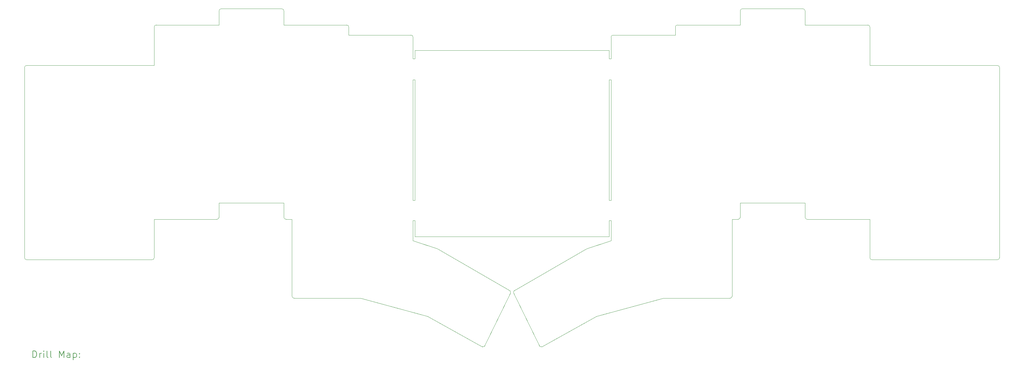
<source format=gbr>
%TF.GenerationSoftware,KiCad,Pcbnew,7.0.2-6a45011f42~172~ubuntu22.04.1*%
%TF.CreationDate,2023-05-03T16:22:59+02:00*%
%TF.ProjectId,plate,706c6174-652e-46b6-9963-61645f706362,rev?*%
%TF.SameCoordinates,Original*%
%TF.FileFunction,Drillmap*%
%TF.FilePolarity,Positive*%
%FSLAX45Y45*%
G04 Gerber Fmt 4.5, Leading zero omitted, Abs format (unit mm)*
G04 Created by KiCad (PCBNEW 7.0.2-6a45011f42~172~ubuntu22.04.1) date 2023-05-03 16:22:59*
%MOMM*%
%LPD*%
G01*
G04 APERTURE LIST*
%ADD10C,0.100000*%
%ADD11C,0.200000*%
G04 APERTURE END LIST*
D10*
X25628722Y-7583400D02*
G75*
G03*
X25569190Y-7642931I-12J-59520D01*
G01*
X19749272Y-12442042D02*
X19808804Y-12442041D01*
X15954407Y-6869024D02*
G75*
G03*
X15894869Y-6809493I-59527J4D01*
G01*
X31209533Y-6809493D02*
X29423594Y-6809493D01*
X33174066Y-8476369D02*
X33174065Y-7345274D01*
X31269062Y-12941216D02*
G75*
G03*
X31328595Y-13000748I59548J17D01*
G01*
X29423594Y-6809492D02*
G75*
G03*
X29364062Y-6869024I-14J-59518D01*
G01*
X25569190Y-7642931D02*
X25569190Y-8274851D01*
X29364062Y-6869024D02*
X29364062Y-7285743D01*
X19689741Y-7583400D02*
X17859402Y-7583400D01*
X29125937Y-15262937D02*
X29125937Y-13000748D01*
X19749272Y-13632668D02*
X19749272Y-13037355D01*
X15954401Y-12524498D02*
X15954401Y-12941216D01*
X33174066Y-7345274D02*
G75*
G03*
X33114534Y-7285743I-59527J5D01*
G01*
X31269064Y-7285743D02*
X31269064Y-6869024D01*
X23470463Y-16733784D02*
G75*
G03*
X23529995Y-16751220I44657J42124D01*
G01*
X31269064Y-12524497D02*
X31269064Y-12941216D01*
X24854815Y-13870793D02*
X22720406Y-15099903D01*
X19749272Y-8893088D02*
X19808804Y-8893088D01*
X12203928Y-7285747D02*
G75*
G03*
X12144397Y-7345275I-9J-59523D01*
G01*
X23529995Y-16751220D02*
X25137340Y-15858250D01*
X36984071Y-8535900D02*
G75*
G03*
X36924537Y-8476369I-59531J0D01*
G01*
X15954402Y-12941216D02*
G75*
G03*
X16013932Y-13000748I59528J-4D01*
G01*
X25509660Y-8036726D02*
X19808803Y-8036725D01*
X19749272Y-8274851D02*
X19749272Y-7642931D01*
X29304531Y-13000742D02*
G75*
G03*
X29364062Y-12941217I-11J59542D01*
G01*
X22720405Y-15099902D02*
G75*
G03*
X22711688Y-15180482I73095J-48668D01*
G01*
X19808803Y-8036725D02*
X19808804Y-8274850D01*
X16192526Y-13000748D02*
X16192526Y-15262937D01*
X16192531Y-15262937D02*
G75*
G03*
X16252057Y-15322469I59539J7D01*
G01*
X17859407Y-7345275D02*
G75*
G03*
X17799871Y-7285743I-59527J5D01*
G01*
X12144397Y-8476369D02*
X8393925Y-8476369D01*
X29364062Y-12941217D02*
X29364062Y-12524497D01*
X31269067Y-6869024D02*
G75*
G03*
X31209533Y-6809493I-59537J-6D01*
G01*
X36924537Y-8476369D02*
X33174066Y-8476369D01*
X14049399Y-7285743D02*
X12203928Y-7285743D01*
X15954401Y-7285744D02*
X15954401Y-6869024D01*
X29125937Y-13000748D02*
X29304531Y-13000748D01*
X14049399Y-12524497D02*
X15954401Y-12524498D01*
X15894869Y-6809493D02*
X14108930Y-6809493D01*
X29364062Y-12524497D02*
X31269064Y-12524497D01*
X19808804Y-13513605D02*
X19808804Y-13037354D01*
X29066406Y-15322467D02*
G75*
G03*
X29125937Y-15262937I4J59527D01*
G01*
X27101873Y-15322469D02*
X29066406Y-15322469D01*
X19749272Y-8274851D02*
X19808804Y-8274850D01*
X21847999Y-16733783D02*
X22606775Y-15180481D01*
X22598057Y-15099903D02*
X20463648Y-13870793D01*
X18216590Y-15322468D02*
X20181123Y-15858250D01*
X17799871Y-7285743D02*
X15954401Y-7285744D01*
X22711688Y-15180482D02*
X23470464Y-16733784D01*
X19749280Y-7642931D02*
G75*
G03*
X19689741Y-7583400I-59530J1D01*
G01*
X25509659Y-8274850D02*
X25509660Y-8036726D01*
X20181123Y-15858250D02*
X21788468Y-16751220D01*
X12084866Y-14191377D02*
G75*
G03*
X12144397Y-14131842I4J59528D01*
G01*
X25137340Y-15858250D02*
X27101873Y-15322469D01*
X22606773Y-15180481D02*
G75*
G03*
X22598056Y-15099903I-81813J31911D01*
G01*
X25509162Y-12442042D02*
X25568693Y-12442041D01*
X14049399Y-6869024D02*
X14049399Y-7285743D01*
X8334394Y-8535901D02*
X8334394Y-14131842D01*
X16013932Y-13000748D02*
X16192526Y-13000748D01*
X8334396Y-14131842D02*
G75*
G03*
X8393926Y-14191374I59524J-8D01*
G01*
X14108930Y-6809489D02*
G75*
G03*
X14049399Y-6869024I10J-59541D01*
G01*
X27459061Y-7583400D02*
X25628722Y-7583399D01*
X12144397Y-13000748D02*
X13989868Y-13000748D01*
X19808804Y-13513605D02*
X25509162Y-13513605D01*
X12144397Y-14131842D02*
X12144397Y-13000748D01*
X8393926Y-14191374D02*
X12084866Y-14191374D01*
X25568693Y-13037354D02*
X25569190Y-13632668D01*
X33233597Y-14191374D02*
X36924537Y-14191374D01*
X31328595Y-13000748D02*
X33174066Y-13000748D01*
X36984069Y-14131843D02*
X36984069Y-8535900D01*
X33174066Y-13000748D02*
X33174066Y-14131843D01*
X25509162Y-13037355D02*
X25568693Y-13037354D01*
X19808804Y-12442041D02*
X19808804Y-8893088D01*
X27459061Y-7345275D02*
X27459061Y-7583400D01*
X20463648Y-13870793D02*
X19749272Y-13632668D01*
X19749272Y-12442042D02*
X19749272Y-8893088D01*
X16252057Y-15322469D02*
X18216590Y-15322468D01*
X27518592Y-7285741D02*
G75*
G03*
X27459061Y-7345275I8J-59539D01*
G01*
X8393925Y-8476374D02*
G75*
G03*
X8334394Y-8535901I5J-59536D01*
G01*
X29364062Y-7285743D02*
X27518592Y-7285743D01*
X25509162Y-13513605D02*
X25509162Y-13037355D01*
X25509162Y-12442042D02*
X25509162Y-8893089D01*
X19749272Y-13037355D02*
X19808804Y-13037354D01*
X25509162Y-8893089D02*
X25568693Y-8893088D01*
X25509659Y-8274850D02*
X25569190Y-8274851D01*
X21788467Y-16751225D02*
G75*
G03*
X21847999Y-16733783I14873J59555D01*
G01*
X17859402Y-7583400D02*
X17859402Y-7345275D01*
X14049399Y-12941217D02*
X14049399Y-12524497D01*
X13989868Y-13000749D02*
G75*
G03*
X14049399Y-12941217I2J59529D01*
G01*
X25569190Y-13632668D02*
X24854815Y-13870793D01*
X12144397Y-7345275D02*
X12144397Y-8476369D01*
X33174066Y-14131843D02*
G75*
G03*
X33233597Y-14191374I59534J3D01*
G01*
X33114534Y-7285743D02*
X31269064Y-7285743D01*
X25568693Y-12442041D02*
X25568693Y-8893088D01*
X36924537Y-14191369D02*
G75*
G03*
X36984069Y-14131843I13J59519D01*
G01*
D11*
X8577013Y-17070578D02*
X8577013Y-16870578D01*
X8577013Y-16870578D02*
X8624632Y-16870578D01*
X8624632Y-16870578D02*
X8653204Y-16880102D01*
X8653204Y-16880102D02*
X8672251Y-16899149D01*
X8672251Y-16899149D02*
X8681775Y-16918197D01*
X8681775Y-16918197D02*
X8691299Y-16956292D01*
X8691299Y-16956292D02*
X8691299Y-16984863D01*
X8691299Y-16984863D02*
X8681775Y-17022959D01*
X8681775Y-17022959D02*
X8672251Y-17042006D01*
X8672251Y-17042006D02*
X8653204Y-17061054D01*
X8653204Y-17061054D02*
X8624632Y-17070578D01*
X8624632Y-17070578D02*
X8577013Y-17070578D01*
X8777013Y-17070578D02*
X8777013Y-16937244D01*
X8777013Y-16975340D02*
X8786537Y-16956292D01*
X8786537Y-16956292D02*
X8796061Y-16946768D01*
X8796061Y-16946768D02*
X8815109Y-16937244D01*
X8815109Y-16937244D02*
X8834156Y-16937244D01*
X8900823Y-17070578D02*
X8900823Y-16937244D01*
X8900823Y-16870578D02*
X8891299Y-16880102D01*
X8891299Y-16880102D02*
X8900823Y-16889625D01*
X8900823Y-16889625D02*
X8910347Y-16880102D01*
X8910347Y-16880102D02*
X8900823Y-16870578D01*
X8900823Y-16870578D02*
X8900823Y-16889625D01*
X9024632Y-17070578D02*
X9005585Y-17061054D01*
X9005585Y-17061054D02*
X8996061Y-17042006D01*
X8996061Y-17042006D02*
X8996061Y-16870578D01*
X9129394Y-17070578D02*
X9110347Y-17061054D01*
X9110347Y-17061054D02*
X9100823Y-17042006D01*
X9100823Y-17042006D02*
X9100823Y-16870578D01*
X9357966Y-17070578D02*
X9357966Y-16870578D01*
X9357966Y-16870578D02*
X9424632Y-17013435D01*
X9424632Y-17013435D02*
X9491299Y-16870578D01*
X9491299Y-16870578D02*
X9491299Y-17070578D01*
X9672251Y-17070578D02*
X9672251Y-16965816D01*
X9672251Y-16965816D02*
X9662728Y-16946768D01*
X9662728Y-16946768D02*
X9643680Y-16937244D01*
X9643680Y-16937244D02*
X9605585Y-16937244D01*
X9605585Y-16937244D02*
X9586537Y-16946768D01*
X9672251Y-17061054D02*
X9653204Y-17070578D01*
X9653204Y-17070578D02*
X9605585Y-17070578D01*
X9605585Y-17070578D02*
X9586537Y-17061054D01*
X9586537Y-17061054D02*
X9577013Y-17042006D01*
X9577013Y-17042006D02*
X9577013Y-17022959D01*
X9577013Y-17022959D02*
X9586537Y-17003911D01*
X9586537Y-17003911D02*
X9605585Y-16994387D01*
X9605585Y-16994387D02*
X9653204Y-16994387D01*
X9653204Y-16994387D02*
X9672251Y-16984863D01*
X9767490Y-16937244D02*
X9767490Y-17137244D01*
X9767490Y-16946768D02*
X9786537Y-16937244D01*
X9786537Y-16937244D02*
X9824632Y-16937244D01*
X9824632Y-16937244D02*
X9843680Y-16946768D01*
X9843680Y-16946768D02*
X9853204Y-16956292D01*
X9853204Y-16956292D02*
X9862728Y-16975340D01*
X9862728Y-16975340D02*
X9862728Y-17032482D01*
X9862728Y-17032482D02*
X9853204Y-17051530D01*
X9853204Y-17051530D02*
X9843680Y-17061054D01*
X9843680Y-17061054D02*
X9824632Y-17070578D01*
X9824632Y-17070578D02*
X9786537Y-17070578D01*
X9786537Y-17070578D02*
X9767490Y-17061054D01*
X9948442Y-17051530D02*
X9957966Y-17061054D01*
X9957966Y-17061054D02*
X9948442Y-17070578D01*
X9948442Y-17070578D02*
X9938918Y-17061054D01*
X9938918Y-17061054D02*
X9948442Y-17051530D01*
X9948442Y-17051530D02*
X9948442Y-17070578D01*
X9948442Y-16946768D02*
X9957966Y-16956292D01*
X9957966Y-16956292D02*
X9948442Y-16965816D01*
X9948442Y-16965816D02*
X9938918Y-16956292D01*
X9938918Y-16956292D02*
X9948442Y-16946768D01*
X9948442Y-16946768D02*
X9948442Y-16965816D01*
M02*

</source>
